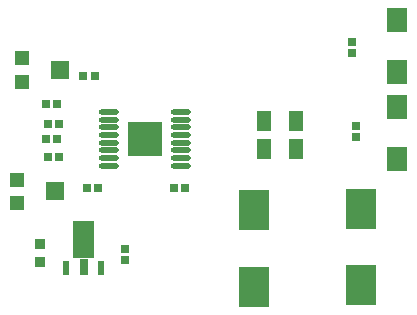
<source format=gbr>
G04*
G04 #@! TF.GenerationSoftware,Altium Limited,Altium Designer,23.3.1 (30)*
G04*
G04 Layer_Color=8421504*
%FSLAX44Y44*%
%MOMM*%
G71*
G04*
G04 #@! TF.SameCoordinates,C21C2CC1-9CAE-44D3-A5A2-357AACA34620*
G04*
G04*
G04 #@! TF.FilePolarity,Positive*
G04*
G01*
G75*
%ADD15R,1.2000X1.2000*%
%ADD16R,1.5000X1.6000*%
%ADD17R,0.5500X1.3000*%
%ADD18R,0.8000X1.4750*%
%ADD19R,2.5000X3.5000*%
%ADD20R,0.9121X0.9587*%
%ADD21R,0.6725X0.7393*%
%ADD22R,0.7154X0.6725*%
%ADD23O,1.7000X0.4500*%
%ADD24R,3.0000X3.0000*%
%ADD25R,0.7000X0.6500*%
%ADD26R,1.1557X1.7082*%
%ADD27R,1.8000X2.1000*%
G36*
X1049620Y649350D02*
X1031120D01*
Y680850D01*
X1049620D01*
Y649350D01*
D02*
G37*
D15*
X984030Y716120D02*
D03*
Y696120D02*
D03*
X987840Y818990D02*
D03*
Y798990D02*
D03*
D16*
X1016530Y706120D02*
D03*
X1020340Y808990D02*
D03*
D17*
X1025370Y641350D02*
D03*
X1055370D02*
D03*
D18*
X1040370Y642225D02*
D03*
D19*
X1275080Y626630D02*
D03*
Y691630D02*
D03*
X1184910Y625360D02*
D03*
Y690360D02*
D03*
D20*
X1003300Y661317D02*
D03*
Y646783D02*
D03*
D21*
X1075690Y657031D02*
D03*
Y647700D02*
D03*
X1267460Y832706D02*
D03*
Y823374D02*
D03*
X1271270Y761586D02*
D03*
Y752254D02*
D03*
D22*
X1126490Y708660D02*
D03*
X1116919D02*
D03*
D23*
X1061700Y773320D02*
D03*
Y766820D02*
D03*
Y760320D02*
D03*
Y753820D02*
D03*
Y747320D02*
D03*
Y740820D02*
D03*
Y734320D02*
D03*
Y727820D02*
D03*
X1122700Y773320D02*
D03*
Y766820D02*
D03*
Y760320D02*
D03*
Y753820D02*
D03*
Y747320D02*
D03*
Y740820D02*
D03*
Y734320D02*
D03*
Y727820D02*
D03*
D24*
X1092200Y750570D02*
D03*
D25*
X1009980Y735330D02*
D03*
X1019480D02*
D03*
X1008710Y750570D02*
D03*
X1018210D02*
D03*
X1040130Y803910D02*
D03*
X1049630D02*
D03*
X1043000Y708660D02*
D03*
X1052500D02*
D03*
X1008710Y779780D02*
D03*
X1018210D02*
D03*
X1009980Y763270D02*
D03*
X1019480D02*
D03*
D26*
X1220262Y741680D02*
D03*
X1192738D02*
D03*
X1220262Y765810D02*
D03*
X1192738D02*
D03*
D27*
X1305560Y851310D02*
D03*
Y807310D02*
D03*
Y777650D02*
D03*
Y733650D02*
D03*
M02*

</source>
